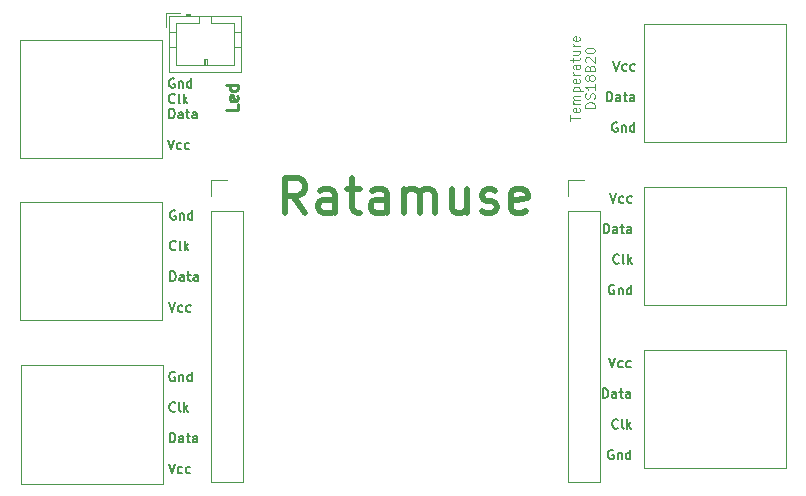
<source format=gbr>
%TF.GenerationSoftware,KiCad,Pcbnew,7.0.2*%
%TF.CreationDate,2024-03-24T23:04:52+01:00*%
%TF.ProjectId,Support_TTGO_invers_,53757070-6f72-4745-9f54-54474f5f696e,rev?*%
%TF.SameCoordinates,Original*%
%TF.FileFunction,Legend,Top*%
%TF.FilePolarity,Positive*%
%FSLAX46Y46*%
G04 Gerber Fmt 4.6, Leading zero omitted, Abs format (unit mm)*
G04 Created by KiCad (PCBNEW 7.0.2) date 2024-03-24 23:04:52*
%MOMM*%
%LPD*%
G01*
G04 APERTURE LIST*
%ADD10C,0.250000*%
%ADD11C,0.150000*%
%ADD12C,0.100000*%
%ADD13C,0.500000*%
%ADD14C,0.120000*%
G04 APERTURE END LIST*
D10*
X127297619Y-75805714D02*
X127297619Y-76281904D01*
X127297619Y-76281904D02*
X126297619Y-76281904D01*
X127250000Y-75091428D02*
X127297619Y-75186666D01*
X127297619Y-75186666D02*
X127297619Y-75377142D01*
X127297619Y-75377142D02*
X127250000Y-75472380D01*
X127250000Y-75472380D02*
X127154761Y-75519999D01*
X127154761Y-75519999D02*
X126773809Y-75519999D01*
X126773809Y-75519999D02*
X126678571Y-75472380D01*
X126678571Y-75472380D02*
X126630952Y-75377142D01*
X126630952Y-75377142D02*
X126630952Y-75186666D01*
X126630952Y-75186666D02*
X126678571Y-75091428D01*
X126678571Y-75091428D02*
X126773809Y-75043809D01*
X126773809Y-75043809D02*
X126869047Y-75043809D01*
X126869047Y-75043809D02*
X126964285Y-75519999D01*
X127297619Y-74186666D02*
X126297619Y-74186666D01*
X127250000Y-74186666D02*
X127297619Y-74281904D01*
X127297619Y-74281904D02*
X127297619Y-74472380D01*
X127297619Y-74472380D02*
X127250000Y-74567618D01*
X127250000Y-74567618D02*
X127202380Y-74615237D01*
X127202380Y-74615237D02*
X127107142Y-74662856D01*
X127107142Y-74662856D02*
X126821428Y-74662856D01*
X126821428Y-74662856D02*
X126726190Y-74615237D01*
X126726190Y-74615237D02*
X126678571Y-74567618D01*
X126678571Y-74567618D02*
X126630952Y-74472380D01*
X126630952Y-74472380D02*
X126630952Y-74281904D01*
X126630952Y-74281904D02*
X126678571Y-74186666D01*
D11*
X121919523Y-73646190D02*
X121843333Y-73608095D01*
X121843333Y-73608095D02*
X121729047Y-73608095D01*
X121729047Y-73608095D02*
X121614761Y-73646190D01*
X121614761Y-73646190D02*
X121538571Y-73722380D01*
X121538571Y-73722380D02*
X121500476Y-73798571D01*
X121500476Y-73798571D02*
X121462380Y-73950952D01*
X121462380Y-73950952D02*
X121462380Y-74065238D01*
X121462380Y-74065238D02*
X121500476Y-74217619D01*
X121500476Y-74217619D02*
X121538571Y-74293809D01*
X121538571Y-74293809D02*
X121614761Y-74370000D01*
X121614761Y-74370000D02*
X121729047Y-74408095D01*
X121729047Y-74408095D02*
X121805238Y-74408095D01*
X121805238Y-74408095D02*
X121919523Y-74370000D01*
X121919523Y-74370000D02*
X121957619Y-74331904D01*
X121957619Y-74331904D02*
X121957619Y-74065238D01*
X121957619Y-74065238D02*
X121805238Y-74065238D01*
X122300476Y-73874761D02*
X122300476Y-74408095D01*
X122300476Y-73950952D02*
X122338571Y-73912857D01*
X122338571Y-73912857D02*
X122414761Y-73874761D01*
X122414761Y-73874761D02*
X122529047Y-73874761D01*
X122529047Y-73874761D02*
X122605238Y-73912857D01*
X122605238Y-73912857D02*
X122643333Y-73989047D01*
X122643333Y-73989047D02*
X122643333Y-74408095D01*
X123367143Y-74408095D02*
X123367143Y-73608095D01*
X123367143Y-74370000D02*
X123290952Y-74408095D01*
X123290952Y-74408095D02*
X123138571Y-74408095D01*
X123138571Y-74408095D02*
X123062381Y-74370000D01*
X123062381Y-74370000D02*
X123024286Y-74331904D01*
X123024286Y-74331904D02*
X122986190Y-74255714D01*
X122986190Y-74255714D02*
X122986190Y-74027142D01*
X122986190Y-74027142D02*
X123024286Y-73950952D01*
X123024286Y-73950952D02*
X123062381Y-73912857D01*
X123062381Y-73912857D02*
X123138571Y-73874761D01*
X123138571Y-73874761D02*
X123290952Y-73874761D01*
X123290952Y-73874761D02*
X123367143Y-73912857D01*
X121957619Y-75627904D02*
X121919523Y-75666000D01*
X121919523Y-75666000D02*
X121805238Y-75704095D01*
X121805238Y-75704095D02*
X121729047Y-75704095D01*
X121729047Y-75704095D02*
X121614761Y-75666000D01*
X121614761Y-75666000D02*
X121538571Y-75589809D01*
X121538571Y-75589809D02*
X121500476Y-75513619D01*
X121500476Y-75513619D02*
X121462380Y-75361238D01*
X121462380Y-75361238D02*
X121462380Y-75246952D01*
X121462380Y-75246952D02*
X121500476Y-75094571D01*
X121500476Y-75094571D02*
X121538571Y-75018380D01*
X121538571Y-75018380D02*
X121614761Y-74942190D01*
X121614761Y-74942190D02*
X121729047Y-74904095D01*
X121729047Y-74904095D02*
X121805238Y-74904095D01*
X121805238Y-74904095D02*
X121919523Y-74942190D01*
X121919523Y-74942190D02*
X121957619Y-74980285D01*
X122414761Y-75704095D02*
X122338571Y-75666000D01*
X122338571Y-75666000D02*
X122300476Y-75589809D01*
X122300476Y-75589809D02*
X122300476Y-74904095D01*
X122719524Y-75704095D02*
X122719524Y-74904095D01*
X122795714Y-75399333D02*
X123024286Y-75704095D01*
X123024286Y-75170761D02*
X122719524Y-75475523D01*
X121500476Y-77000095D02*
X121500476Y-76200095D01*
X121500476Y-76200095D02*
X121690952Y-76200095D01*
X121690952Y-76200095D02*
X121805238Y-76238190D01*
X121805238Y-76238190D02*
X121881428Y-76314380D01*
X121881428Y-76314380D02*
X121919523Y-76390571D01*
X121919523Y-76390571D02*
X121957619Y-76542952D01*
X121957619Y-76542952D02*
X121957619Y-76657238D01*
X121957619Y-76657238D02*
X121919523Y-76809619D01*
X121919523Y-76809619D02*
X121881428Y-76885809D01*
X121881428Y-76885809D02*
X121805238Y-76962000D01*
X121805238Y-76962000D02*
X121690952Y-77000095D01*
X121690952Y-77000095D02*
X121500476Y-77000095D01*
X122643333Y-77000095D02*
X122643333Y-76581047D01*
X122643333Y-76581047D02*
X122605238Y-76504857D01*
X122605238Y-76504857D02*
X122529047Y-76466761D01*
X122529047Y-76466761D02*
X122376666Y-76466761D01*
X122376666Y-76466761D02*
X122300476Y-76504857D01*
X122643333Y-76962000D02*
X122567142Y-77000095D01*
X122567142Y-77000095D02*
X122376666Y-77000095D01*
X122376666Y-77000095D02*
X122300476Y-76962000D01*
X122300476Y-76962000D02*
X122262380Y-76885809D01*
X122262380Y-76885809D02*
X122262380Y-76809619D01*
X122262380Y-76809619D02*
X122300476Y-76733428D01*
X122300476Y-76733428D02*
X122376666Y-76695333D01*
X122376666Y-76695333D02*
X122567142Y-76695333D01*
X122567142Y-76695333D02*
X122643333Y-76657238D01*
X122910000Y-76466761D02*
X123214762Y-76466761D01*
X123024286Y-76200095D02*
X123024286Y-76885809D01*
X123024286Y-76885809D02*
X123062381Y-76962000D01*
X123062381Y-76962000D02*
X123138571Y-77000095D01*
X123138571Y-77000095D02*
X123214762Y-77000095D01*
X123824286Y-77000095D02*
X123824286Y-76581047D01*
X123824286Y-76581047D02*
X123786191Y-76504857D01*
X123786191Y-76504857D02*
X123710000Y-76466761D01*
X123710000Y-76466761D02*
X123557619Y-76466761D01*
X123557619Y-76466761D02*
X123481429Y-76504857D01*
X123824286Y-76962000D02*
X123748095Y-77000095D01*
X123748095Y-77000095D02*
X123557619Y-77000095D01*
X123557619Y-77000095D02*
X123481429Y-76962000D01*
X123481429Y-76962000D02*
X123443333Y-76885809D01*
X123443333Y-76885809D02*
X123443333Y-76809619D01*
X123443333Y-76809619D02*
X123481429Y-76733428D01*
X123481429Y-76733428D02*
X123557619Y-76695333D01*
X123557619Y-76695333D02*
X123748095Y-76695333D01*
X123748095Y-76695333D02*
X123824286Y-76657238D01*
X121386190Y-78792095D02*
X121652857Y-79592095D01*
X121652857Y-79592095D02*
X121919523Y-78792095D01*
X122529047Y-79554000D02*
X122452856Y-79592095D01*
X122452856Y-79592095D02*
X122300475Y-79592095D01*
X122300475Y-79592095D02*
X122224285Y-79554000D01*
X122224285Y-79554000D02*
X122186190Y-79515904D01*
X122186190Y-79515904D02*
X122148094Y-79439714D01*
X122148094Y-79439714D02*
X122148094Y-79211142D01*
X122148094Y-79211142D02*
X122186190Y-79134952D01*
X122186190Y-79134952D02*
X122224285Y-79096857D01*
X122224285Y-79096857D02*
X122300475Y-79058761D01*
X122300475Y-79058761D02*
X122452856Y-79058761D01*
X122452856Y-79058761D02*
X122529047Y-79096857D01*
X123214761Y-79554000D02*
X123138570Y-79592095D01*
X123138570Y-79592095D02*
X122986189Y-79592095D01*
X122986189Y-79592095D02*
X122909999Y-79554000D01*
X122909999Y-79554000D02*
X122871904Y-79515904D01*
X122871904Y-79515904D02*
X122833808Y-79439714D01*
X122833808Y-79439714D02*
X122833808Y-79211142D01*
X122833808Y-79211142D02*
X122871904Y-79134952D01*
X122871904Y-79134952D02*
X122909999Y-79096857D01*
X122909999Y-79096857D02*
X122986189Y-79058761D01*
X122986189Y-79058761D02*
X123138570Y-79058761D01*
X123138570Y-79058761D02*
X123214761Y-79096857D01*
X158819048Y-83326095D02*
X159085715Y-84126095D01*
X159085715Y-84126095D02*
X159352381Y-83326095D01*
X159961905Y-84088000D02*
X159885714Y-84126095D01*
X159885714Y-84126095D02*
X159733333Y-84126095D01*
X159733333Y-84126095D02*
X159657143Y-84088000D01*
X159657143Y-84088000D02*
X159619048Y-84049904D01*
X159619048Y-84049904D02*
X159580952Y-83973714D01*
X159580952Y-83973714D02*
X159580952Y-83745142D01*
X159580952Y-83745142D02*
X159619048Y-83668952D01*
X159619048Y-83668952D02*
X159657143Y-83630857D01*
X159657143Y-83630857D02*
X159733333Y-83592761D01*
X159733333Y-83592761D02*
X159885714Y-83592761D01*
X159885714Y-83592761D02*
X159961905Y-83630857D01*
X160647619Y-84088000D02*
X160571428Y-84126095D01*
X160571428Y-84126095D02*
X160419047Y-84126095D01*
X160419047Y-84126095D02*
X160342857Y-84088000D01*
X160342857Y-84088000D02*
X160304762Y-84049904D01*
X160304762Y-84049904D02*
X160266666Y-83973714D01*
X160266666Y-83973714D02*
X160266666Y-83745142D01*
X160266666Y-83745142D02*
X160304762Y-83668952D01*
X160304762Y-83668952D02*
X160342857Y-83630857D01*
X160342857Y-83630857D02*
X160419047Y-83592761D01*
X160419047Y-83592761D02*
X160571428Y-83592761D01*
X160571428Y-83592761D02*
X160647619Y-83630857D01*
X158285713Y-86718095D02*
X158285713Y-85918095D01*
X158285713Y-85918095D02*
X158476189Y-85918095D01*
X158476189Y-85918095D02*
X158590475Y-85956190D01*
X158590475Y-85956190D02*
X158666665Y-86032380D01*
X158666665Y-86032380D02*
X158704760Y-86108571D01*
X158704760Y-86108571D02*
X158742856Y-86260952D01*
X158742856Y-86260952D02*
X158742856Y-86375238D01*
X158742856Y-86375238D02*
X158704760Y-86527619D01*
X158704760Y-86527619D02*
X158666665Y-86603809D01*
X158666665Y-86603809D02*
X158590475Y-86680000D01*
X158590475Y-86680000D02*
X158476189Y-86718095D01*
X158476189Y-86718095D02*
X158285713Y-86718095D01*
X159428570Y-86718095D02*
X159428570Y-86299047D01*
X159428570Y-86299047D02*
X159390475Y-86222857D01*
X159390475Y-86222857D02*
X159314284Y-86184761D01*
X159314284Y-86184761D02*
X159161903Y-86184761D01*
X159161903Y-86184761D02*
X159085713Y-86222857D01*
X159428570Y-86680000D02*
X159352379Y-86718095D01*
X159352379Y-86718095D02*
X159161903Y-86718095D01*
X159161903Y-86718095D02*
X159085713Y-86680000D01*
X159085713Y-86680000D02*
X159047617Y-86603809D01*
X159047617Y-86603809D02*
X159047617Y-86527619D01*
X159047617Y-86527619D02*
X159085713Y-86451428D01*
X159085713Y-86451428D02*
X159161903Y-86413333D01*
X159161903Y-86413333D02*
X159352379Y-86413333D01*
X159352379Y-86413333D02*
X159428570Y-86375238D01*
X159695237Y-86184761D02*
X159999999Y-86184761D01*
X159809523Y-85918095D02*
X159809523Y-86603809D01*
X159809523Y-86603809D02*
X159847618Y-86680000D01*
X159847618Y-86680000D02*
X159923808Y-86718095D01*
X159923808Y-86718095D02*
X159999999Y-86718095D01*
X160609523Y-86718095D02*
X160609523Y-86299047D01*
X160609523Y-86299047D02*
X160571428Y-86222857D01*
X160571428Y-86222857D02*
X160495237Y-86184761D01*
X160495237Y-86184761D02*
X160342856Y-86184761D01*
X160342856Y-86184761D02*
X160266666Y-86222857D01*
X160609523Y-86680000D02*
X160533332Y-86718095D01*
X160533332Y-86718095D02*
X160342856Y-86718095D01*
X160342856Y-86718095D02*
X160266666Y-86680000D01*
X160266666Y-86680000D02*
X160228570Y-86603809D01*
X160228570Y-86603809D02*
X160228570Y-86527619D01*
X160228570Y-86527619D02*
X160266666Y-86451428D01*
X160266666Y-86451428D02*
X160342856Y-86413333D01*
X160342856Y-86413333D02*
X160533332Y-86413333D01*
X160533332Y-86413333D02*
X160609523Y-86375238D01*
X159580952Y-89233904D02*
X159542856Y-89272000D01*
X159542856Y-89272000D02*
X159428571Y-89310095D01*
X159428571Y-89310095D02*
X159352380Y-89310095D01*
X159352380Y-89310095D02*
X159238094Y-89272000D01*
X159238094Y-89272000D02*
X159161904Y-89195809D01*
X159161904Y-89195809D02*
X159123809Y-89119619D01*
X159123809Y-89119619D02*
X159085713Y-88967238D01*
X159085713Y-88967238D02*
X159085713Y-88852952D01*
X159085713Y-88852952D02*
X159123809Y-88700571D01*
X159123809Y-88700571D02*
X159161904Y-88624380D01*
X159161904Y-88624380D02*
X159238094Y-88548190D01*
X159238094Y-88548190D02*
X159352380Y-88510095D01*
X159352380Y-88510095D02*
X159428571Y-88510095D01*
X159428571Y-88510095D02*
X159542856Y-88548190D01*
X159542856Y-88548190D02*
X159580952Y-88586285D01*
X160038094Y-89310095D02*
X159961904Y-89272000D01*
X159961904Y-89272000D02*
X159923809Y-89195809D01*
X159923809Y-89195809D02*
X159923809Y-88510095D01*
X160342857Y-89310095D02*
X160342857Y-88510095D01*
X160419047Y-89005333D02*
X160647619Y-89310095D01*
X160647619Y-88776761D02*
X160342857Y-89081523D01*
X159161903Y-91140190D02*
X159085713Y-91102095D01*
X159085713Y-91102095D02*
X158971427Y-91102095D01*
X158971427Y-91102095D02*
X158857141Y-91140190D01*
X158857141Y-91140190D02*
X158780951Y-91216380D01*
X158780951Y-91216380D02*
X158742856Y-91292571D01*
X158742856Y-91292571D02*
X158704760Y-91444952D01*
X158704760Y-91444952D02*
X158704760Y-91559238D01*
X158704760Y-91559238D02*
X158742856Y-91711619D01*
X158742856Y-91711619D02*
X158780951Y-91787809D01*
X158780951Y-91787809D02*
X158857141Y-91864000D01*
X158857141Y-91864000D02*
X158971427Y-91902095D01*
X158971427Y-91902095D02*
X159047618Y-91902095D01*
X159047618Y-91902095D02*
X159161903Y-91864000D01*
X159161903Y-91864000D02*
X159199999Y-91825904D01*
X159199999Y-91825904D02*
X159199999Y-91559238D01*
X159199999Y-91559238D02*
X159047618Y-91559238D01*
X159542856Y-91368761D02*
X159542856Y-91902095D01*
X159542856Y-91444952D02*
X159580951Y-91406857D01*
X159580951Y-91406857D02*
X159657141Y-91368761D01*
X159657141Y-91368761D02*
X159771427Y-91368761D01*
X159771427Y-91368761D02*
X159847618Y-91406857D01*
X159847618Y-91406857D02*
X159885713Y-91483047D01*
X159885713Y-91483047D02*
X159885713Y-91902095D01*
X160609523Y-91902095D02*
X160609523Y-91102095D01*
X160609523Y-91864000D02*
X160533332Y-91902095D01*
X160533332Y-91902095D02*
X160380951Y-91902095D01*
X160380951Y-91902095D02*
X160304761Y-91864000D01*
X160304761Y-91864000D02*
X160266666Y-91825904D01*
X160266666Y-91825904D02*
X160228570Y-91749714D01*
X160228570Y-91749714D02*
X160228570Y-91521142D01*
X160228570Y-91521142D02*
X160266666Y-91444952D01*
X160266666Y-91444952D02*
X160304761Y-91406857D01*
X160304761Y-91406857D02*
X160380951Y-91368761D01*
X160380951Y-91368761D02*
X160533332Y-91368761D01*
X160533332Y-91368761D02*
X160609523Y-91406857D01*
D12*
X155446095Y-77180000D02*
X155446095Y-76722857D01*
X156246095Y-76951429D02*
X155446095Y-76951429D01*
X156208000Y-76151428D02*
X156246095Y-76227619D01*
X156246095Y-76227619D02*
X156246095Y-76380000D01*
X156246095Y-76380000D02*
X156208000Y-76456190D01*
X156208000Y-76456190D02*
X156131809Y-76494286D01*
X156131809Y-76494286D02*
X155827047Y-76494286D01*
X155827047Y-76494286D02*
X155750857Y-76456190D01*
X155750857Y-76456190D02*
X155712761Y-76380000D01*
X155712761Y-76380000D02*
X155712761Y-76227619D01*
X155712761Y-76227619D02*
X155750857Y-76151428D01*
X155750857Y-76151428D02*
X155827047Y-76113333D01*
X155827047Y-76113333D02*
X155903238Y-76113333D01*
X155903238Y-76113333D02*
X155979428Y-76494286D01*
X156246095Y-75770476D02*
X155712761Y-75770476D01*
X155788952Y-75770476D02*
X155750857Y-75732381D01*
X155750857Y-75732381D02*
X155712761Y-75656191D01*
X155712761Y-75656191D02*
X155712761Y-75541905D01*
X155712761Y-75541905D02*
X155750857Y-75465714D01*
X155750857Y-75465714D02*
X155827047Y-75427619D01*
X155827047Y-75427619D02*
X156246095Y-75427619D01*
X155827047Y-75427619D02*
X155750857Y-75389524D01*
X155750857Y-75389524D02*
X155712761Y-75313333D01*
X155712761Y-75313333D02*
X155712761Y-75199048D01*
X155712761Y-75199048D02*
X155750857Y-75122857D01*
X155750857Y-75122857D02*
X155827047Y-75084762D01*
X155827047Y-75084762D02*
X156246095Y-75084762D01*
X155712761Y-74703809D02*
X156512761Y-74703809D01*
X155750857Y-74703809D02*
X155712761Y-74627619D01*
X155712761Y-74627619D02*
X155712761Y-74475238D01*
X155712761Y-74475238D02*
X155750857Y-74399047D01*
X155750857Y-74399047D02*
X155788952Y-74360952D01*
X155788952Y-74360952D02*
X155865142Y-74322857D01*
X155865142Y-74322857D02*
X156093714Y-74322857D01*
X156093714Y-74322857D02*
X156169904Y-74360952D01*
X156169904Y-74360952D02*
X156208000Y-74399047D01*
X156208000Y-74399047D02*
X156246095Y-74475238D01*
X156246095Y-74475238D02*
X156246095Y-74627619D01*
X156246095Y-74627619D02*
X156208000Y-74703809D01*
X156208000Y-73675237D02*
X156246095Y-73751428D01*
X156246095Y-73751428D02*
X156246095Y-73903809D01*
X156246095Y-73903809D02*
X156208000Y-73979999D01*
X156208000Y-73979999D02*
X156131809Y-74018095D01*
X156131809Y-74018095D02*
X155827047Y-74018095D01*
X155827047Y-74018095D02*
X155750857Y-73979999D01*
X155750857Y-73979999D02*
X155712761Y-73903809D01*
X155712761Y-73903809D02*
X155712761Y-73751428D01*
X155712761Y-73751428D02*
X155750857Y-73675237D01*
X155750857Y-73675237D02*
X155827047Y-73637142D01*
X155827047Y-73637142D02*
X155903238Y-73637142D01*
X155903238Y-73637142D02*
X155979428Y-74018095D01*
X156246095Y-73294285D02*
X155712761Y-73294285D01*
X155865142Y-73294285D02*
X155788952Y-73256190D01*
X155788952Y-73256190D02*
X155750857Y-73218095D01*
X155750857Y-73218095D02*
X155712761Y-73141904D01*
X155712761Y-73141904D02*
X155712761Y-73065714D01*
X156246095Y-72456190D02*
X155827047Y-72456190D01*
X155827047Y-72456190D02*
X155750857Y-72494285D01*
X155750857Y-72494285D02*
X155712761Y-72570476D01*
X155712761Y-72570476D02*
X155712761Y-72722857D01*
X155712761Y-72722857D02*
X155750857Y-72799047D01*
X156208000Y-72456190D02*
X156246095Y-72532381D01*
X156246095Y-72532381D02*
X156246095Y-72722857D01*
X156246095Y-72722857D02*
X156208000Y-72799047D01*
X156208000Y-72799047D02*
X156131809Y-72837143D01*
X156131809Y-72837143D02*
X156055619Y-72837143D01*
X156055619Y-72837143D02*
X155979428Y-72799047D01*
X155979428Y-72799047D02*
X155941333Y-72722857D01*
X155941333Y-72722857D02*
X155941333Y-72532381D01*
X155941333Y-72532381D02*
X155903238Y-72456190D01*
X155712761Y-72189523D02*
X155712761Y-71884761D01*
X155446095Y-72075237D02*
X156131809Y-72075237D01*
X156131809Y-72075237D02*
X156208000Y-72037142D01*
X156208000Y-72037142D02*
X156246095Y-71960952D01*
X156246095Y-71960952D02*
X156246095Y-71884761D01*
X155712761Y-71275237D02*
X156246095Y-71275237D01*
X155712761Y-71618094D02*
X156131809Y-71618094D01*
X156131809Y-71618094D02*
X156208000Y-71579999D01*
X156208000Y-71579999D02*
X156246095Y-71503809D01*
X156246095Y-71503809D02*
X156246095Y-71389523D01*
X156246095Y-71389523D02*
X156208000Y-71313332D01*
X156208000Y-71313332D02*
X156169904Y-71275237D01*
X156246095Y-70894284D02*
X155712761Y-70894284D01*
X155865142Y-70894284D02*
X155788952Y-70856189D01*
X155788952Y-70856189D02*
X155750857Y-70818094D01*
X155750857Y-70818094D02*
X155712761Y-70741903D01*
X155712761Y-70741903D02*
X155712761Y-70665713D01*
X156208000Y-70094284D02*
X156246095Y-70170475D01*
X156246095Y-70170475D02*
X156246095Y-70322856D01*
X156246095Y-70322856D02*
X156208000Y-70399046D01*
X156208000Y-70399046D02*
X156131809Y-70437142D01*
X156131809Y-70437142D02*
X155827047Y-70437142D01*
X155827047Y-70437142D02*
X155750857Y-70399046D01*
X155750857Y-70399046D02*
X155712761Y-70322856D01*
X155712761Y-70322856D02*
X155712761Y-70170475D01*
X155712761Y-70170475D02*
X155750857Y-70094284D01*
X155750857Y-70094284D02*
X155827047Y-70056189D01*
X155827047Y-70056189D02*
X155903238Y-70056189D01*
X155903238Y-70056189D02*
X155979428Y-70437142D01*
X157542095Y-76094285D02*
X156742095Y-76094285D01*
X156742095Y-76094285D02*
X156742095Y-75903809D01*
X156742095Y-75903809D02*
X156780190Y-75789523D01*
X156780190Y-75789523D02*
X156856380Y-75713333D01*
X156856380Y-75713333D02*
X156932571Y-75675238D01*
X156932571Y-75675238D02*
X157084952Y-75637142D01*
X157084952Y-75637142D02*
X157199238Y-75637142D01*
X157199238Y-75637142D02*
X157351619Y-75675238D01*
X157351619Y-75675238D02*
X157427809Y-75713333D01*
X157427809Y-75713333D02*
X157504000Y-75789523D01*
X157504000Y-75789523D02*
X157542095Y-75903809D01*
X157542095Y-75903809D02*
X157542095Y-76094285D01*
X157504000Y-75332381D02*
X157542095Y-75218095D01*
X157542095Y-75218095D02*
X157542095Y-75027619D01*
X157542095Y-75027619D02*
X157504000Y-74951428D01*
X157504000Y-74951428D02*
X157465904Y-74913333D01*
X157465904Y-74913333D02*
X157389714Y-74875238D01*
X157389714Y-74875238D02*
X157313523Y-74875238D01*
X157313523Y-74875238D02*
X157237333Y-74913333D01*
X157237333Y-74913333D02*
X157199238Y-74951428D01*
X157199238Y-74951428D02*
X157161142Y-75027619D01*
X157161142Y-75027619D02*
X157123047Y-75180000D01*
X157123047Y-75180000D02*
X157084952Y-75256190D01*
X157084952Y-75256190D02*
X157046857Y-75294285D01*
X157046857Y-75294285D02*
X156970666Y-75332381D01*
X156970666Y-75332381D02*
X156894476Y-75332381D01*
X156894476Y-75332381D02*
X156818285Y-75294285D01*
X156818285Y-75294285D02*
X156780190Y-75256190D01*
X156780190Y-75256190D02*
X156742095Y-75180000D01*
X156742095Y-75180000D02*
X156742095Y-74989523D01*
X156742095Y-74989523D02*
X156780190Y-74875238D01*
X157542095Y-74113333D02*
X157542095Y-74570476D01*
X157542095Y-74341904D02*
X156742095Y-74341904D01*
X156742095Y-74341904D02*
X156856380Y-74418095D01*
X156856380Y-74418095D02*
X156932571Y-74494285D01*
X156932571Y-74494285D02*
X156970666Y-74570476D01*
X157084952Y-73656190D02*
X157046857Y-73732380D01*
X157046857Y-73732380D02*
X157008761Y-73770475D01*
X157008761Y-73770475D02*
X156932571Y-73808571D01*
X156932571Y-73808571D02*
X156894476Y-73808571D01*
X156894476Y-73808571D02*
X156818285Y-73770475D01*
X156818285Y-73770475D02*
X156780190Y-73732380D01*
X156780190Y-73732380D02*
X156742095Y-73656190D01*
X156742095Y-73656190D02*
X156742095Y-73503809D01*
X156742095Y-73503809D02*
X156780190Y-73427618D01*
X156780190Y-73427618D02*
X156818285Y-73389523D01*
X156818285Y-73389523D02*
X156894476Y-73351428D01*
X156894476Y-73351428D02*
X156932571Y-73351428D01*
X156932571Y-73351428D02*
X157008761Y-73389523D01*
X157008761Y-73389523D02*
X157046857Y-73427618D01*
X157046857Y-73427618D02*
X157084952Y-73503809D01*
X157084952Y-73503809D02*
X157084952Y-73656190D01*
X157084952Y-73656190D02*
X157123047Y-73732380D01*
X157123047Y-73732380D02*
X157161142Y-73770475D01*
X157161142Y-73770475D02*
X157237333Y-73808571D01*
X157237333Y-73808571D02*
X157389714Y-73808571D01*
X157389714Y-73808571D02*
X157465904Y-73770475D01*
X157465904Y-73770475D02*
X157504000Y-73732380D01*
X157504000Y-73732380D02*
X157542095Y-73656190D01*
X157542095Y-73656190D02*
X157542095Y-73503809D01*
X157542095Y-73503809D02*
X157504000Y-73427618D01*
X157504000Y-73427618D02*
X157465904Y-73389523D01*
X157465904Y-73389523D02*
X157389714Y-73351428D01*
X157389714Y-73351428D02*
X157237333Y-73351428D01*
X157237333Y-73351428D02*
X157161142Y-73389523D01*
X157161142Y-73389523D02*
X157123047Y-73427618D01*
X157123047Y-73427618D02*
X157084952Y-73503809D01*
X157123047Y-72741904D02*
X157161142Y-72627618D01*
X157161142Y-72627618D02*
X157199238Y-72589523D01*
X157199238Y-72589523D02*
X157275428Y-72551427D01*
X157275428Y-72551427D02*
X157389714Y-72551427D01*
X157389714Y-72551427D02*
X157465904Y-72589523D01*
X157465904Y-72589523D02*
X157504000Y-72627618D01*
X157504000Y-72627618D02*
X157542095Y-72703808D01*
X157542095Y-72703808D02*
X157542095Y-73008570D01*
X157542095Y-73008570D02*
X156742095Y-73008570D01*
X156742095Y-73008570D02*
X156742095Y-72741904D01*
X156742095Y-72741904D02*
X156780190Y-72665713D01*
X156780190Y-72665713D02*
X156818285Y-72627618D01*
X156818285Y-72627618D02*
X156894476Y-72589523D01*
X156894476Y-72589523D02*
X156970666Y-72589523D01*
X156970666Y-72589523D02*
X157046857Y-72627618D01*
X157046857Y-72627618D02*
X157084952Y-72665713D01*
X157084952Y-72665713D02*
X157123047Y-72741904D01*
X157123047Y-72741904D02*
X157123047Y-73008570D01*
X156818285Y-72246666D02*
X156780190Y-72208570D01*
X156780190Y-72208570D02*
X156742095Y-72132380D01*
X156742095Y-72132380D02*
X156742095Y-71941904D01*
X156742095Y-71941904D02*
X156780190Y-71865713D01*
X156780190Y-71865713D02*
X156818285Y-71827618D01*
X156818285Y-71827618D02*
X156894476Y-71789523D01*
X156894476Y-71789523D02*
X156970666Y-71789523D01*
X156970666Y-71789523D02*
X157084952Y-71827618D01*
X157084952Y-71827618D02*
X157542095Y-72284761D01*
X157542095Y-72284761D02*
X157542095Y-71789523D01*
X156742095Y-71294284D02*
X156742095Y-71218094D01*
X156742095Y-71218094D02*
X156780190Y-71141903D01*
X156780190Y-71141903D02*
X156818285Y-71103808D01*
X156818285Y-71103808D02*
X156894476Y-71065713D01*
X156894476Y-71065713D02*
X157046857Y-71027618D01*
X157046857Y-71027618D02*
X157237333Y-71027618D01*
X157237333Y-71027618D02*
X157389714Y-71065713D01*
X157389714Y-71065713D02*
X157465904Y-71103808D01*
X157465904Y-71103808D02*
X157504000Y-71141903D01*
X157504000Y-71141903D02*
X157542095Y-71218094D01*
X157542095Y-71218094D02*
X157542095Y-71294284D01*
X157542095Y-71294284D02*
X157504000Y-71370475D01*
X157504000Y-71370475D02*
X157465904Y-71408570D01*
X157465904Y-71408570D02*
X157389714Y-71446665D01*
X157389714Y-71446665D02*
X157237333Y-71484761D01*
X157237333Y-71484761D02*
X157046857Y-71484761D01*
X157046857Y-71484761D02*
X156894476Y-71446665D01*
X156894476Y-71446665D02*
X156818285Y-71408570D01*
X156818285Y-71408570D02*
X156780190Y-71370475D01*
X156780190Y-71370475D02*
X156742095Y-71294284D01*
D11*
X121979523Y-98484190D02*
X121903333Y-98446095D01*
X121903333Y-98446095D02*
X121789047Y-98446095D01*
X121789047Y-98446095D02*
X121674761Y-98484190D01*
X121674761Y-98484190D02*
X121598571Y-98560380D01*
X121598571Y-98560380D02*
X121560476Y-98636571D01*
X121560476Y-98636571D02*
X121522380Y-98788952D01*
X121522380Y-98788952D02*
X121522380Y-98903238D01*
X121522380Y-98903238D02*
X121560476Y-99055619D01*
X121560476Y-99055619D02*
X121598571Y-99131809D01*
X121598571Y-99131809D02*
X121674761Y-99208000D01*
X121674761Y-99208000D02*
X121789047Y-99246095D01*
X121789047Y-99246095D02*
X121865238Y-99246095D01*
X121865238Y-99246095D02*
X121979523Y-99208000D01*
X121979523Y-99208000D02*
X122017619Y-99169904D01*
X122017619Y-99169904D02*
X122017619Y-98903238D01*
X122017619Y-98903238D02*
X121865238Y-98903238D01*
X122360476Y-98712761D02*
X122360476Y-99246095D01*
X122360476Y-98788952D02*
X122398571Y-98750857D01*
X122398571Y-98750857D02*
X122474761Y-98712761D01*
X122474761Y-98712761D02*
X122589047Y-98712761D01*
X122589047Y-98712761D02*
X122665238Y-98750857D01*
X122665238Y-98750857D02*
X122703333Y-98827047D01*
X122703333Y-98827047D02*
X122703333Y-99246095D01*
X123427143Y-99246095D02*
X123427143Y-98446095D01*
X123427143Y-99208000D02*
X123350952Y-99246095D01*
X123350952Y-99246095D02*
X123198571Y-99246095D01*
X123198571Y-99246095D02*
X123122381Y-99208000D01*
X123122381Y-99208000D02*
X123084286Y-99169904D01*
X123084286Y-99169904D02*
X123046190Y-99093714D01*
X123046190Y-99093714D02*
X123046190Y-98865142D01*
X123046190Y-98865142D02*
X123084286Y-98788952D01*
X123084286Y-98788952D02*
X123122381Y-98750857D01*
X123122381Y-98750857D02*
X123198571Y-98712761D01*
X123198571Y-98712761D02*
X123350952Y-98712761D01*
X123350952Y-98712761D02*
X123427143Y-98750857D01*
X122017619Y-101761904D02*
X121979523Y-101800000D01*
X121979523Y-101800000D02*
X121865238Y-101838095D01*
X121865238Y-101838095D02*
X121789047Y-101838095D01*
X121789047Y-101838095D02*
X121674761Y-101800000D01*
X121674761Y-101800000D02*
X121598571Y-101723809D01*
X121598571Y-101723809D02*
X121560476Y-101647619D01*
X121560476Y-101647619D02*
X121522380Y-101495238D01*
X121522380Y-101495238D02*
X121522380Y-101380952D01*
X121522380Y-101380952D02*
X121560476Y-101228571D01*
X121560476Y-101228571D02*
X121598571Y-101152380D01*
X121598571Y-101152380D02*
X121674761Y-101076190D01*
X121674761Y-101076190D02*
X121789047Y-101038095D01*
X121789047Y-101038095D02*
X121865238Y-101038095D01*
X121865238Y-101038095D02*
X121979523Y-101076190D01*
X121979523Y-101076190D02*
X122017619Y-101114285D01*
X122474761Y-101838095D02*
X122398571Y-101800000D01*
X122398571Y-101800000D02*
X122360476Y-101723809D01*
X122360476Y-101723809D02*
X122360476Y-101038095D01*
X122779524Y-101838095D02*
X122779524Y-101038095D01*
X122855714Y-101533333D02*
X123084286Y-101838095D01*
X123084286Y-101304761D02*
X122779524Y-101609523D01*
X121560476Y-104430095D02*
X121560476Y-103630095D01*
X121560476Y-103630095D02*
X121750952Y-103630095D01*
X121750952Y-103630095D02*
X121865238Y-103668190D01*
X121865238Y-103668190D02*
X121941428Y-103744380D01*
X121941428Y-103744380D02*
X121979523Y-103820571D01*
X121979523Y-103820571D02*
X122017619Y-103972952D01*
X122017619Y-103972952D02*
X122017619Y-104087238D01*
X122017619Y-104087238D02*
X121979523Y-104239619D01*
X121979523Y-104239619D02*
X121941428Y-104315809D01*
X121941428Y-104315809D02*
X121865238Y-104392000D01*
X121865238Y-104392000D02*
X121750952Y-104430095D01*
X121750952Y-104430095D02*
X121560476Y-104430095D01*
X122703333Y-104430095D02*
X122703333Y-104011047D01*
X122703333Y-104011047D02*
X122665238Y-103934857D01*
X122665238Y-103934857D02*
X122589047Y-103896761D01*
X122589047Y-103896761D02*
X122436666Y-103896761D01*
X122436666Y-103896761D02*
X122360476Y-103934857D01*
X122703333Y-104392000D02*
X122627142Y-104430095D01*
X122627142Y-104430095D02*
X122436666Y-104430095D01*
X122436666Y-104430095D02*
X122360476Y-104392000D01*
X122360476Y-104392000D02*
X122322380Y-104315809D01*
X122322380Y-104315809D02*
X122322380Y-104239619D01*
X122322380Y-104239619D02*
X122360476Y-104163428D01*
X122360476Y-104163428D02*
X122436666Y-104125333D01*
X122436666Y-104125333D02*
X122627142Y-104125333D01*
X122627142Y-104125333D02*
X122703333Y-104087238D01*
X122970000Y-103896761D02*
X123274762Y-103896761D01*
X123084286Y-103630095D02*
X123084286Y-104315809D01*
X123084286Y-104315809D02*
X123122381Y-104392000D01*
X123122381Y-104392000D02*
X123198571Y-104430095D01*
X123198571Y-104430095D02*
X123274762Y-104430095D01*
X123884286Y-104430095D02*
X123884286Y-104011047D01*
X123884286Y-104011047D02*
X123846191Y-103934857D01*
X123846191Y-103934857D02*
X123770000Y-103896761D01*
X123770000Y-103896761D02*
X123617619Y-103896761D01*
X123617619Y-103896761D02*
X123541429Y-103934857D01*
X123884286Y-104392000D02*
X123808095Y-104430095D01*
X123808095Y-104430095D02*
X123617619Y-104430095D01*
X123617619Y-104430095D02*
X123541429Y-104392000D01*
X123541429Y-104392000D02*
X123503333Y-104315809D01*
X123503333Y-104315809D02*
X123503333Y-104239619D01*
X123503333Y-104239619D02*
X123541429Y-104163428D01*
X123541429Y-104163428D02*
X123617619Y-104125333D01*
X123617619Y-104125333D02*
X123808095Y-104125333D01*
X123808095Y-104125333D02*
X123884286Y-104087238D01*
X121446190Y-106222095D02*
X121712857Y-107022095D01*
X121712857Y-107022095D02*
X121979523Y-106222095D01*
X122589047Y-106984000D02*
X122512856Y-107022095D01*
X122512856Y-107022095D02*
X122360475Y-107022095D01*
X122360475Y-107022095D02*
X122284285Y-106984000D01*
X122284285Y-106984000D02*
X122246190Y-106945904D01*
X122246190Y-106945904D02*
X122208094Y-106869714D01*
X122208094Y-106869714D02*
X122208094Y-106641142D01*
X122208094Y-106641142D02*
X122246190Y-106564952D01*
X122246190Y-106564952D02*
X122284285Y-106526857D01*
X122284285Y-106526857D02*
X122360475Y-106488761D01*
X122360475Y-106488761D02*
X122512856Y-106488761D01*
X122512856Y-106488761D02*
X122589047Y-106526857D01*
X123274761Y-106984000D02*
X123198570Y-107022095D01*
X123198570Y-107022095D02*
X123046189Y-107022095D01*
X123046189Y-107022095D02*
X122969999Y-106984000D01*
X122969999Y-106984000D02*
X122931904Y-106945904D01*
X122931904Y-106945904D02*
X122893808Y-106869714D01*
X122893808Y-106869714D02*
X122893808Y-106641142D01*
X122893808Y-106641142D02*
X122931904Y-106564952D01*
X122931904Y-106564952D02*
X122969999Y-106526857D01*
X122969999Y-106526857D02*
X123046189Y-106488761D01*
X123046189Y-106488761D02*
X123198570Y-106488761D01*
X123198570Y-106488761D02*
X123274761Y-106526857D01*
X159099048Y-72148095D02*
X159365715Y-72948095D01*
X159365715Y-72948095D02*
X159632381Y-72148095D01*
X160241905Y-72910000D02*
X160165714Y-72948095D01*
X160165714Y-72948095D02*
X160013333Y-72948095D01*
X160013333Y-72948095D02*
X159937143Y-72910000D01*
X159937143Y-72910000D02*
X159899048Y-72871904D01*
X159899048Y-72871904D02*
X159860952Y-72795714D01*
X159860952Y-72795714D02*
X159860952Y-72567142D01*
X159860952Y-72567142D02*
X159899048Y-72490952D01*
X159899048Y-72490952D02*
X159937143Y-72452857D01*
X159937143Y-72452857D02*
X160013333Y-72414761D01*
X160013333Y-72414761D02*
X160165714Y-72414761D01*
X160165714Y-72414761D02*
X160241905Y-72452857D01*
X160927619Y-72910000D02*
X160851428Y-72948095D01*
X160851428Y-72948095D02*
X160699047Y-72948095D01*
X160699047Y-72948095D02*
X160622857Y-72910000D01*
X160622857Y-72910000D02*
X160584762Y-72871904D01*
X160584762Y-72871904D02*
X160546666Y-72795714D01*
X160546666Y-72795714D02*
X160546666Y-72567142D01*
X160546666Y-72567142D02*
X160584762Y-72490952D01*
X160584762Y-72490952D02*
X160622857Y-72452857D01*
X160622857Y-72452857D02*
X160699047Y-72414761D01*
X160699047Y-72414761D02*
X160851428Y-72414761D01*
X160851428Y-72414761D02*
X160927619Y-72452857D01*
X158565713Y-75540095D02*
X158565713Y-74740095D01*
X158565713Y-74740095D02*
X158756189Y-74740095D01*
X158756189Y-74740095D02*
X158870475Y-74778190D01*
X158870475Y-74778190D02*
X158946665Y-74854380D01*
X158946665Y-74854380D02*
X158984760Y-74930571D01*
X158984760Y-74930571D02*
X159022856Y-75082952D01*
X159022856Y-75082952D02*
X159022856Y-75197238D01*
X159022856Y-75197238D02*
X158984760Y-75349619D01*
X158984760Y-75349619D02*
X158946665Y-75425809D01*
X158946665Y-75425809D02*
X158870475Y-75502000D01*
X158870475Y-75502000D02*
X158756189Y-75540095D01*
X158756189Y-75540095D02*
X158565713Y-75540095D01*
X159708570Y-75540095D02*
X159708570Y-75121047D01*
X159708570Y-75121047D02*
X159670475Y-75044857D01*
X159670475Y-75044857D02*
X159594284Y-75006761D01*
X159594284Y-75006761D02*
X159441903Y-75006761D01*
X159441903Y-75006761D02*
X159365713Y-75044857D01*
X159708570Y-75502000D02*
X159632379Y-75540095D01*
X159632379Y-75540095D02*
X159441903Y-75540095D01*
X159441903Y-75540095D02*
X159365713Y-75502000D01*
X159365713Y-75502000D02*
X159327617Y-75425809D01*
X159327617Y-75425809D02*
X159327617Y-75349619D01*
X159327617Y-75349619D02*
X159365713Y-75273428D01*
X159365713Y-75273428D02*
X159441903Y-75235333D01*
X159441903Y-75235333D02*
X159632379Y-75235333D01*
X159632379Y-75235333D02*
X159708570Y-75197238D01*
X159975237Y-75006761D02*
X160279999Y-75006761D01*
X160089523Y-74740095D02*
X160089523Y-75425809D01*
X160089523Y-75425809D02*
X160127618Y-75502000D01*
X160127618Y-75502000D02*
X160203808Y-75540095D01*
X160203808Y-75540095D02*
X160279999Y-75540095D01*
X160889523Y-75540095D02*
X160889523Y-75121047D01*
X160889523Y-75121047D02*
X160851428Y-75044857D01*
X160851428Y-75044857D02*
X160775237Y-75006761D01*
X160775237Y-75006761D02*
X160622856Y-75006761D01*
X160622856Y-75006761D02*
X160546666Y-75044857D01*
X160889523Y-75502000D02*
X160813332Y-75540095D01*
X160813332Y-75540095D02*
X160622856Y-75540095D01*
X160622856Y-75540095D02*
X160546666Y-75502000D01*
X160546666Y-75502000D02*
X160508570Y-75425809D01*
X160508570Y-75425809D02*
X160508570Y-75349619D01*
X160508570Y-75349619D02*
X160546666Y-75273428D01*
X160546666Y-75273428D02*
X160622856Y-75235333D01*
X160622856Y-75235333D02*
X160813332Y-75235333D01*
X160813332Y-75235333D02*
X160889523Y-75197238D01*
X159441903Y-77370190D02*
X159365713Y-77332095D01*
X159365713Y-77332095D02*
X159251427Y-77332095D01*
X159251427Y-77332095D02*
X159137141Y-77370190D01*
X159137141Y-77370190D02*
X159060951Y-77446380D01*
X159060951Y-77446380D02*
X159022856Y-77522571D01*
X159022856Y-77522571D02*
X158984760Y-77674952D01*
X158984760Y-77674952D02*
X158984760Y-77789238D01*
X158984760Y-77789238D02*
X159022856Y-77941619D01*
X159022856Y-77941619D02*
X159060951Y-78017809D01*
X159060951Y-78017809D02*
X159137141Y-78094000D01*
X159137141Y-78094000D02*
X159251427Y-78132095D01*
X159251427Y-78132095D02*
X159327618Y-78132095D01*
X159327618Y-78132095D02*
X159441903Y-78094000D01*
X159441903Y-78094000D02*
X159479999Y-78055904D01*
X159479999Y-78055904D02*
X159479999Y-77789238D01*
X159479999Y-77789238D02*
X159327618Y-77789238D01*
X159822856Y-77598761D02*
X159822856Y-78132095D01*
X159822856Y-77674952D02*
X159860951Y-77636857D01*
X159860951Y-77636857D02*
X159937141Y-77598761D01*
X159937141Y-77598761D02*
X160051427Y-77598761D01*
X160051427Y-77598761D02*
X160127618Y-77636857D01*
X160127618Y-77636857D02*
X160165713Y-77713047D01*
X160165713Y-77713047D02*
X160165713Y-78132095D01*
X160889523Y-78132095D02*
X160889523Y-77332095D01*
X160889523Y-78094000D02*
X160813332Y-78132095D01*
X160813332Y-78132095D02*
X160660951Y-78132095D01*
X160660951Y-78132095D02*
X160584761Y-78094000D01*
X160584761Y-78094000D02*
X160546666Y-78055904D01*
X160546666Y-78055904D02*
X160508570Y-77979714D01*
X160508570Y-77979714D02*
X160508570Y-77751142D01*
X160508570Y-77751142D02*
X160546666Y-77674952D01*
X160546666Y-77674952D02*
X160584761Y-77636857D01*
X160584761Y-77636857D02*
X160660951Y-77598761D01*
X160660951Y-77598761D02*
X160813332Y-77598761D01*
X160813332Y-77598761D02*
X160889523Y-77636857D01*
X158749048Y-97276095D02*
X159015715Y-98076095D01*
X159015715Y-98076095D02*
X159282381Y-97276095D01*
X159891905Y-98038000D02*
X159815714Y-98076095D01*
X159815714Y-98076095D02*
X159663333Y-98076095D01*
X159663333Y-98076095D02*
X159587143Y-98038000D01*
X159587143Y-98038000D02*
X159549048Y-97999904D01*
X159549048Y-97999904D02*
X159510952Y-97923714D01*
X159510952Y-97923714D02*
X159510952Y-97695142D01*
X159510952Y-97695142D02*
X159549048Y-97618952D01*
X159549048Y-97618952D02*
X159587143Y-97580857D01*
X159587143Y-97580857D02*
X159663333Y-97542761D01*
X159663333Y-97542761D02*
X159815714Y-97542761D01*
X159815714Y-97542761D02*
X159891905Y-97580857D01*
X160577619Y-98038000D02*
X160501428Y-98076095D01*
X160501428Y-98076095D02*
X160349047Y-98076095D01*
X160349047Y-98076095D02*
X160272857Y-98038000D01*
X160272857Y-98038000D02*
X160234762Y-97999904D01*
X160234762Y-97999904D02*
X160196666Y-97923714D01*
X160196666Y-97923714D02*
X160196666Y-97695142D01*
X160196666Y-97695142D02*
X160234762Y-97618952D01*
X160234762Y-97618952D02*
X160272857Y-97580857D01*
X160272857Y-97580857D02*
X160349047Y-97542761D01*
X160349047Y-97542761D02*
X160501428Y-97542761D01*
X160501428Y-97542761D02*
X160577619Y-97580857D01*
X158215713Y-100668095D02*
X158215713Y-99868095D01*
X158215713Y-99868095D02*
X158406189Y-99868095D01*
X158406189Y-99868095D02*
X158520475Y-99906190D01*
X158520475Y-99906190D02*
X158596665Y-99982380D01*
X158596665Y-99982380D02*
X158634760Y-100058571D01*
X158634760Y-100058571D02*
X158672856Y-100210952D01*
X158672856Y-100210952D02*
X158672856Y-100325238D01*
X158672856Y-100325238D02*
X158634760Y-100477619D01*
X158634760Y-100477619D02*
X158596665Y-100553809D01*
X158596665Y-100553809D02*
X158520475Y-100630000D01*
X158520475Y-100630000D02*
X158406189Y-100668095D01*
X158406189Y-100668095D02*
X158215713Y-100668095D01*
X159358570Y-100668095D02*
X159358570Y-100249047D01*
X159358570Y-100249047D02*
X159320475Y-100172857D01*
X159320475Y-100172857D02*
X159244284Y-100134761D01*
X159244284Y-100134761D02*
X159091903Y-100134761D01*
X159091903Y-100134761D02*
X159015713Y-100172857D01*
X159358570Y-100630000D02*
X159282379Y-100668095D01*
X159282379Y-100668095D02*
X159091903Y-100668095D01*
X159091903Y-100668095D02*
X159015713Y-100630000D01*
X159015713Y-100630000D02*
X158977617Y-100553809D01*
X158977617Y-100553809D02*
X158977617Y-100477619D01*
X158977617Y-100477619D02*
X159015713Y-100401428D01*
X159015713Y-100401428D02*
X159091903Y-100363333D01*
X159091903Y-100363333D02*
X159282379Y-100363333D01*
X159282379Y-100363333D02*
X159358570Y-100325238D01*
X159625237Y-100134761D02*
X159929999Y-100134761D01*
X159739523Y-99868095D02*
X159739523Y-100553809D01*
X159739523Y-100553809D02*
X159777618Y-100630000D01*
X159777618Y-100630000D02*
X159853808Y-100668095D01*
X159853808Y-100668095D02*
X159929999Y-100668095D01*
X160539523Y-100668095D02*
X160539523Y-100249047D01*
X160539523Y-100249047D02*
X160501428Y-100172857D01*
X160501428Y-100172857D02*
X160425237Y-100134761D01*
X160425237Y-100134761D02*
X160272856Y-100134761D01*
X160272856Y-100134761D02*
X160196666Y-100172857D01*
X160539523Y-100630000D02*
X160463332Y-100668095D01*
X160463332Y-100668095D02*
X160272856Y-100668095D01*
X160272856Y-100668095D02*
X160196666Y-100630000D01*
X160196666Y-100630000D02*
X160158570Y-100553809D01*
X160158570Y-100553809D02*
X160158570Y-100477619D01*
X160158570Y-100477619D02*
X160196666Y-100401428D01*
X160196666Y-100401428D02*
X160272856Y-100363333D01*
X160272856Y-100363333D02*
X160463332Y-100363333D01*
X160463332Y-100363333D02*
X160539523Y-100325238D01*
X159510952Y-103183904D02*
X159472856Y-103222000D01*
X159472856Y-103222000D02*
X159358571Y-103260095D01*
X159358571Y-103260095D02*
X159282380Y-103260095D01*
X159282380Y-103260095D02*
X159168094Y-103222000D01*
X159168094Y-103222000D02*
X159091904Y-103145809D01*
X159091904Y-103145809D02*
X159053809Y-103069619D01*
X159053809Y-103069619D02*
X159015713Y-102917238D01*
X159015713Y-102917238D02*
X159015713Y-102802952D01*
X159015713Y-102802952D02*
X159053809Y-102650571D01*
X159053809Y-102650571D02*
X159091904Y-102574380D01*
X159091904Y-102574380D02*
X159168094Y-102498190D01*
X159168094Y-102498190D02*
X159282380Y-102460095D01*
X159282380Y-102460095D02*
X159358571Y-102460095D01*
X159358571Y-102460095D02*
X159472856Y-102498190D01*
X159472856Y-102498190D02*
X159510952Y-102536285D01*
X159968094Y-103260095D02*
X159891904Y-103222000D01*
X159891904Y-103222000D02*
X159853809Y-103145809D01*
X159853809Y-103145809D02*
X159853809Y-102460095D01*
X160272857Y-103260095D02*
X160272857Y-102460095D01*
X160349047Y-102955333D02*
X160577619Y-103260095D01*
X160577619Y-102726761D02*
X160272857Y-103031523D01*
X159091903Y-105090190D02*
X159015713Y-105052095D01*
X159015713Y-105052095D02*
X158901427Y-105052095D01*
X158901427Y-105052095D02*
X158787141Y-105090190D01*
X158787141Y-105090190D02*
X158710951Y-105166380D01*
X158710951Y-105166380D02*
X158672856Y-105242571D01*
X158672856Y-105242571D02*
X158634760Y-105394952D01*
X158634760Y-105394952D02*
X158634760Y-105509238D01*
X158634760Y-105509238D02*
X158672856Y-105661619D01*
X158672856Y-105661619D02*
X158710951Y-105737809D01*
X158710951Y-105737809D02*
X158787141Y-105814000D01*
X158787141Y-105814000D02*
X158901427Y-105852095D01*
X158901427Y-105852095D02*
X158977618Y-105852095D01*
X158977618Y-105852095D02*
X159091903Y-105814000D01*
X159091903Y-105814000D02*
X159129999Y-105775904D01*
X159129999Y-105775904D02*
X159129999Y-105509238D01*
X159129999Y-105509238D02*
X158977618Y-105509238D01*
X159472856Y-105318761D02*
X159472856Y-105852095D01*
X159472856Y-105394952D02*
X159510951Y-105356857D01*
X159510951Y-105356857D02*
X159587141Y-105318761D01*
X159587141Y-105318761D02*
X159701427Y-105318761D01*
X159701427Y-105318761D02*
X159777618Y-105356857D01*
X159777618Y-105356857D02*
X159815713Y-105433047D01*
X159815713Y-105433047D02*
X159815713Y-105852095D01*
X160539523Y-105852095D02*
X160539523Y-105052095D01*
X160539523Y-105814000D02*
X160463332Y-105852095D01*
X160463332Y-105852095D02*
X160310951Y-105852095D01*
X160310951Y-105852095D02*
X160234761Y-105814000D01*
X160234761Y-105814000D02*
X160196666Y-105775904D01*
X160196666Y-105775904D02*
X160158570Y-105699714D01*
X160158570Y-105699714D02*
X160158570Y-105471142D01*
X160158570Y-105471142D02*
X160196666Y-105394952D01*
X160196666Y-105394952D02*
X160234761Y-105356857D01*
X160234761Y-105356857D02*
X160310951Y-105318761D01*
X160310951Y-105318761D02*
X160463332Y-105318761D01*
X160463332Y-105318761D02*
X160539523Y-105356857D01*
X122009523Y-84814190D02*
X121933333Y-84776095D01*
X121933333Y-84776095D02*
X121819047Y-84776095D01*
X121819047Y-84776095D02*
X121704761Y-84814190D01*
X121704761Y-84814190D02*
X121628571Y-84890380D01*
X121628571Y-84890380D02*
X121590476Y-84966571D01*
X121590476Y-84966571D02*
X121552380Y-85118952D01*
X121552380Y-85118952D02*
X121552380Y-85233238D01*
X121552380Y-85233238D02*
X121590476Y-85385619D01*
X121590476Y-85385619D02*
X121628571Y-85461809D01*
X121628571Y-85461809D02*
X121704761Y-85538000D01*
X121704761Y-85538000D02*
X121819047Y-85576095D01*
X121819047Y-85576095D02*
X121895238Y-85576095D01*
X121895238Y-85576095D02*
X122009523Y-85538000D01*
X122009523Y-85538000D02*
X122047619Y-85499904D01*
X122047619Y-85499904D02*
X122047619Y-85233238D01*
X122047619Y-85233238D02*
X121895238Y-85233238D01*
X122390476Y-85042761D02*
X122390476Y-85576095D01*
X122390476Y-85118952D02*
X122428571Y-85080857D01*
X122428571Y-85080857D02*
X122504761Y-85042761D01*
X122504761Y-85042761D02*
X122619047Y-85042761D01*
X122619047Y-85042761D02*
X122695238Y-85080857D01*
X122695238Y-85080857D02*
X122733333Y-85157047D01*
X122733333Y-85157047D02*
X122733333Y-85576095D01*
X123457143Y-85576095D02*
X123457143Y-84776095D01*
X123457143Y-85538000D02*
X123380952Y-85576095D01*
X123380952Y-85576095D02*
X123228571Y-85576095D01*
X123228571Y-85576095D02*
X123152381Y-85538000D01*
X123152381Y-85538000D02*
X123114286Y-85499904D01*
X123114286Y-85499904D02*
X123076190Y-85423714D01*
X123076190Y-85423714D02*
X123076190Y-85195142D01*
X123076190Y-85195142D02*
X123114286Y-85118952D01*
X123114286Y-85118952D02*
X123152381Y-85080857D01*
X123152381Y-85080857D02*
X123228571Y-85042761D01*
X123228571Y-85042761D02*
X123380952Y-85042761D01*
X123380952Y-85042761D02*
X123457143Y-85080857D01*
X122047619Y-88091904D02*
X122009523Y-88130000D01*
X122009523Y-88130000D02*
X121895238Y-88168095D01*
X121895238Y-88168095D02*
X121819047Y-88168095D01*
X121819047Y-88168095D02*
X121704761Y-88130000D01*
X121704761Y-88130000D02*
X121628571Y-88053809D01*
X121628571Y-88053809D02*
X121590476Y-87977619D01*
X121590476Y-87977619D02*
X121552380Y-87825238D01*
X121552380Y-87825238D02*
X121552380Y-87710952D01*
X121552380Y-87710952D02*
X121590476Y-87558571D01*
X121590476Y-87558571D02*
X121628571Y-87482380D01*
X121628571Y-87482380D02*
X121704761Y-87406190D01*
X121704761Y-87406190D02*
X121819047Y-87368095D01*
X121819047Y-87368095D02*
X121895238Y-87368095D01*
X121895238Y-87368095D02*
X122009523Y-87406190D01*
X122009523Y-87406190D02*
X122047619Y-87444285D01*
X122504761Y-88168095D02*
X122428571Y-88130000D01*
X122428571Y-88130000D02*
X122390476Y-88053809D01*
X122390476Y-88053809D02*
X122390476Y-87368095D01*
X122809524Y-88168095D02*
X122809524Y-87368095D01*
X122885714Y-87863333D02*
X123114286Y-88168095D01*
X123114286Y-87634761D02*
X122809524Y-87939523D01*
X121590476Y-90760095D02*
X121590476Y-89960095D01*
X121590476Y-89960095D02*
X121780952Y-89960095D01*
X121780952Y-89960095D02*
X121895238Y-89998190D01*
X121895238Y-89998190D02*
X121971428Y-90074380D01*
X121971428Y-90074380D02*
X122009523Y-90150571D01*
X122009523Y-90150571D02*
X122047619Y-90302952D01*
X122047619Y-90302952D02*
X122047619Y-90417238D01*
X122047619Y-90417238D02*
X122009523Y-90569619D01*
X122009523Y-90569619D02*
X121971428Y-90645809D01*
X121971428Y-90645809D02*
X121895238Y-90722000D01*
X121895238Y-90722000D02*
X121780952Y-90760095D01*
X121780952Y-90760095D02*
X121590476Y-90760095D01*
X122733333Y-90760095D02*
X122733333Y-90341047D01*
X122733333Y-90341047D02*
X122695238Y-90264857D01*
X122695238Y-90264857D02*
X122619047Y-90226761D01*
X122619047Y-90226761D02*
X122466666Y-90226761D01*
X122466666Y-90226761D02*
X122390476Y-90264857D01*
X122733333Y-90722000D02*
X122657142Y-90760095D01*
X122657142Y-90760095D02*
X122466666Y-90760095D01*
X122466666Y-90760095D02*
X122390476Y-90722000D01*
X122390476Y-90722000D02*
X122352380Y-90645809D01*
X122352380Y-90645809D02*
X122352380Y-90569619D01*
X122352380Y-90569619D02*
X122390476Y-90493428D01*
X122390476Y-90493428D02*
X122466666Y-90455333D01*
X122466666Y-90455333D02*
X122657142Y-90455333D01*
X122657142Y-90455333D02*
X122733333Y-90417238D01*
X123000000Y-90226761D02*
X123304762Y-90226761D01*
X123114286Y-89960095D02*
X123114286Y-90645809D01*
X123114286Y-90645809D02*
X123152381Y-90722000D01*
X123152381Y-90722000D02*
X123228571Y-90760095D01*
X123228571Y-90760095D02*
X123304762Y-90760095D01*
X123914286Y-90760095D02*
X123914286Y-90341047D01*
X123914286Y-90341047D02*
X123876191Y-90264857D01*
X123876191Y-90264857D02*
X123800000Y-90226761D01*
X123800000Y-90226761D02*
X123647619Y-90226761D01*
X123647619Y-90226761D02*
X123571429Y-90264857D01*
X123914286Y-90722000D02*
X123838095Y-90760095D01*
X123838095Y-90760095D02*
X123647619Y-90760095D01*
X123647619Y-90760095D02*
X123571429Y-90722000D01*
X123571429Y-90722000D02*
X123533333Y-90645809D01*
X123533333Y-90645809D02*
X123533333Y-90569619D01*
X123533333Y-90569619D02*
X123571429Y-90493428D01*
X123571429Y-90493428D02*
X123647619Y-90455333D01*
X123647619Y-90455333D02*
X123838095Y-90455333D01*
X123838095Y-90455333D02*
X123914286Y-90417238D01*
X121476190Y-92552095D02*
X121742857Y-93352095D01*
X121742857Y-93352095D02*
X122009523Y-92552095D01*
X122619047Y-93314000D02*
X122542856Y-93352095D01*
X122542856Y-93352095D02*
X122390475Y-93352095D01*
X122390475Y-93352095D02*
X122314285Y-93314000D01*
X122314285Y-93314000D02*
X122276190Y-93275904D01*
X122276190Y-93275904D02*
X122238094Y-93199714D01*
X122238094Y-93199714D02*
X122238094Y-92971142D01*
X122238094Y-92971142D02*
X122276190Y-92894952D01*
X122276190Y-92894952D02*
X122314285Y-92856857D01*
X122314285Y-92856857D02*
X122390475Y-92818761D01*
X122390475Y-92818761D02*
X122542856Y-92818761D01*
X122542856Y-92818761D02*
X122619047Y-92856857D01*
X123304761Y-93314000D02*
X123228570Y-93352095D01*
X123228570Y-93352095D02*
X123076189Y-93352095D01*
X123076189Y-93352095D02*
X122999999Y-93314000D01*
X122999999Y-93314000D02*
X122961904Y-93275904D01*
X122961904Y-93275904D02*
X122923808Y-93199714D01*
X122923808Y-93199714D02*
X122923808Y-92971142D01*
X122923808Y-92971142D02*
X122961904Y-92894952D01*
X122961904Y-92894952D02*
X122999999Y-92856857D01*
X122999999Y-92856857D02*
X123076189Y-92818761D01*
X123076189Y-92818761D02*
X123228570Y-92818761D01*
X123228570Y-92818761D02*
X123304761Y-92856857D01*
D13*
X132981427Y-85012857D02*
X131981427Y-83584285D01*
X131267141Y-85012857D02*
X131267141Y-82012857D01*
X131267141Y-82012857D02*
X132409998Y-82012857D01*
X132409998Y-82012857D02*
X132695713Y-82155714D01*
X132695713Y-82155714D02*
X132838570Y-82298571D01*
X132838570Y-82298571D02*
X132981427Y-82584285D01*
X132981427Y-82584285D02*
X132981427Y-83012857D01*
X132981427Y-83012857D02*
X132838570Y-83298571D01*
X132838570Y-83298571D02*
X132695713Y-83441428D01*
X132695713Y-83441428D02*
X132409998Y-83584285D01*
X132409998Y-83584285D02*
X131267141Y-83584285D01*
X135552856Y-85012857D02*
X135552856Y-83441428D01*
X135552856Y-83441428D02*
X135409998Y-83155714D01*
X135409998Y-83155714D02*
X135124284Y-83012857D01*
X135124284Y-83012857D02*
X134552856Y-83012857D01*
X134552856Y-83012857D02*
X134267141Y-83155714D01*
X135552856Y-84870000D02*
X135267141Y-85012857D01*
X135267141Y-85012857D02*
X134552856Y-85012857D01*
X134552856Y-85012857D02*
X134267141Y-84870000D01*
X134267141Y-84870000D02*
X134124284Y-84584285D01*
X134124284Y-84584285D02*
X134124284Y-84298571D01*
X134124284Y-84298571D02*
X134267141Y-84012857D01*
X134267141Y-84012857D02*
X134552856Y-83870000D01*
X134552856Y-83870000D02*
X135267141Y-83870000D01*
X135267141Y-83870000D02*
X135552856Y-83727142D01*
X136552856Y-83012857D02*
X137695713Y-83012857D01*
X136981427Y-82012857D02*
X136981427Y-84584285D01*
X136981427Y-84584285D02*
X137124284Y-84870000D01*
X137124284Y-84870000D02*
X137409999Y-85012857D01*
X137409999Y-85012857D02*
X137695713Y-85012857D01*
X139981428Y-85012857D02*
X139981428Y-83441428D01*
X139981428Y-83441428D02*
X139838570Y-83155714D01*
X139838570Y-83155714D02*
X139552856Y-83012857D01*
X139552856Y-83012857D02*
X138981428Y-83012857D01*
X138981428Y-83012857D02*
X138695713Y-83155714D01*
X139981428Y-84870000D02*
X139695713Y-85012857D01*
X139695713Y-85012857D02*
X138981428Y-85012857D01*
X138981428Y-85012857D02*
X138695713Y-84870000D01*
X138695713Y-84870000D02*
X138552856Y-84584285D01*
X138552856Y-84584285D02*
X138552856Y-84298571D01*
X138552856Y-84298571D02*
X138695713Y-84012857D01*
X138695713Y-84012857D02*
X138981428Y-83870000D01*
X138981428Y-83870000D02*
X139695713Y-83870000D01*
X139695713Y-83870000D02*
X139981428Y-83727142D01*
X141409999Y-85012857D02*
X141409999Y-83012857D01*
X141409999Y-83298571D02*
X141552856Y-83155714D01*
X141552856Y-83155714D02*
X141838571Y-83012857D01*
X141838571Y-83012857D02*
X142267142Y-83012857D01*
X142267142Y-83012857D02*
X142552856Y-83155714D01*
X142552856Y-83155714D02*
X142695714Y-83441428D01*
X142695714Y-83441428D02*
X142695714Y-85012857D01*
X142695714Y-83441428D02*
X142838571Y-83155714D01*
X142838571Y-83155714D02*
X143124285Y-83012857D01*
X143124285Y-83012857D02*
X143552856Y-83012857D01*
X143552856Y-83012857D02*
X143838571Y-83155714D01*
X143838571Y-83155714D02*
X143981428Y-83441428D01*
X143981428Y-83441428D02*
X143981428Y-85012857D01*
X146695714Y-83012857D02*
X146695714Y-85012857D01*
X145409999Y-83012857D02*
X145409999Y-84584285D01*
X145409999Y-84584285D02*
X145552856Y-84870000D01*
X145552856Y-84870000D02*
X145838571Y-85012857D01*
X145838571Y-85012857D02*
X146267142Y-85012857D01*
X146267142Y-85012857D02*
X146552856Y-84870000D01*
X146552856Y-84870000D02*
X146695714Y-84727142D01*
X147981428Y-84870000D02*
X148267142Y-85012857D01*
X148267142Y-85012857D02*
X148838571Y-85012857D01*
X148838571Y-85012857D02*
X149124285Y-84870000D01*
X149124285Y-84870000D02*
X149267142Y-84584285D01*
X149267142Y-84584285D02*
X149267142Y-84441428D01*
X149267142Y-84441428D02*
X149124285Y-84155714D01*
X149124285Y-84155714D02*
X148838571Y-84012857D01*
X148838571Y-84012857D02*
X148410000Y-84012857D01*
X148410000Y-84012857D02*
X148124285Y-83870000D01*
X148124285Y-83870000D02*
X147981428Y-83584285D01*
X147981428Y-83584285D02*
X147981428Y-83441428D01*
X147981428Y-83441428D02*
X148124285Y-83155714D01*
X148124285Y-83155714D02*
X148410000Y-83012857D01*
X148410000Y-83012857D02*
X148838571Y-83012857D01*
X148838571Y-83012857D02*
X149124285Y-83155714D01*
X151695713Y-84870000D02*
X151409999Y-85012857D01*
X151409999Y-85012857D02*
X150838571Y-85012857D01*
X150838571Y-85012857D02*
X150552856Y-84870000D01*
X150552856Y-84870000D02*
X150409999Y-84584285D01*
X150409999Y-84584285D02*
X150409999Y-83441428D01*
X150409999Y-83441428D02*
X150552856Y-83155714D01*
X150552856Y-83155714D02*
X150838571Y-83012857D01*
X150838571Y-83012857D02*
X151409999Y-83012857D01*
X151409999Y-83012857D02*
X151695713Y-83155714D01*
X151695713Y-83155714D02*
X151838571Y-83441428D01*
X151838571Y-83441428D02*
X151838571Y-83727142D01*
X151838571Y-83727142D02*
X150409999Y-84012857D01*
D14*
%TO.C,J9*%
X122960000Y-68140000D02*
X122960000Y-68340000D01*
X122110000Y-72450000D02*
X127010000Y-72450000D01*
X127010000Y-72450000D02*
X127010000Y-68950000D01*
X121500000Y-70950000D02*
X122110000Y-70950000D01*
X124660000Y-71950000D02*
X124660000Y-72450000D01*
X124060000Y-68340000D02*
X124060000Y-68950000D01*
X122110000Y-68950000D02*
X122110000Y-72450000D01*
X123260000Y-68340000D02*
X123260000Y-68140000D01*
X121500000Y-68340000D02*
X121500000Y-73060000D01*
X127620000Y-68340000D02*
X121500000Y-68340000D01*
X124060000Y-68950000D02*
X122110000Y-68950000D01*
X127620000Y-70950000D02*
X127010000Y-70950000D01*
X127010000Y-68950000D02*
X125060000Y-68950000D01*
X121500000Y-69650000D02*
X122110000Y-69650000D01*
X124560000Y-72450000D02*
X124560000Y-71950000D01*
X124460000Y-71950000D02*
X124660000Y-71950000D01*
X127620000Y-73060000D02*
X127620000Y-68340000D01*
X123260000Y-68240000D02*
X122960000Y-68240000D01*
X125060000Y-68950000D02*
X125060000Y-68340000D01*
X121200000Y-68040000D02*
X121200000Y-69290000D01*
X122450000Y-68040000D02*
X121200000Y-68040000D01*
X121500000Y-73060000D02*
X127620000Y-73060000D01*
X127620000Y-69650000D02*
X127010000Y-69650000D01*
X123260000Y-68140000D02*
X122960000Y-68140000D01*
X124460000Y-72450000D02*
X124460000Y-71950000D01*
D12*
%TO.C,J3*%
X120980000Y-97920000D02*
X120980000Y-107920000D01*
X108980000Y-97920000D02*
X120980000Y-97920000D01*
X120980000Y-107920000D02*
X108980000Y-107920000D01*
X108980000Y-107920000D02*
X108980000Y-97920000D01*
D14*
%TO.C,J1*%
X125080000Y-82240000D02*
X126410000Y-82240000D01*
X125080000Y-83570000D02*
X125080000Y-82240000D01*
X125080000Y-84840000D02*
X125080000Y-107760000D01*
X125080000Y-84840000D02*
X127740000Y-84840000D01*
X125080000Y-107760000D02*
X127740000Y-107760000D01*
X127740000Y-84840000D02*
X127740000Y-107760000D01*
D12*
%TO.C,J8*%
X120850000Y-70330000D02*
X120850000Y-80330000D01*
X108850000Y-70330000D02*
X120850000Y-70330000D01*
X120850000Y-80330000D02*
X108850000Y-80330000D01*
X108850000Y-80330000D02*
X108850000Y-70330000D01*
D14*
%TO.C,J2*%
X155280000Y-82240000D02*
X156610000Y-82240000D01*
X155280000Y-83570000D02*
X155280000Y-82240000D01*
X155280000Y-84840000D02*
X155280000Y-107760000D01*
X155280000Y-84840000D02*
X157940000Y-84840000D01*
X155280000Y-107760000D02*
X157940000Y-107760000D01*
X157940000Y-84840000D02*
X157940000Y-107760000D01*
D12*
%TO.C,J7*%
X161730000Y-79020000D02*
X161730000Y-69020000D01*
X173730000Y-79020000D02*
X161730000Y-79020000D01*
X161730000Y-69020000D02*
X173730000Y-69020000D01*
X173730000Y-69020000D02*
X173730000Y-79020000D01*
%TO.C,J4*%
X120900000Y-84080000D02*
X120900000Y-94080000D01*
X108900000Y-84080000D02*
X120900000Y-84080000D01*
X120900000Y-94080000D02*
X108900000Y-94080000D01*
X108900000Y-94080000D02*
X108900000Y-84080000D01*
%TO.C,J6*%
X161730000Y-92820000D02*
X161730000Y-82820000D01*
X173730000Y-92820000D02*
X161730000Y-92820000D01*
X161730000Y-82820000D02*
X173730000Y-82820000D01*
X173730000Y-82820000D02*
X173730000Y-92820000D01*
%TO.C,J5*%
X161710000Y-106580000D02*
X161710000Y-96580000D01*
X173710000Y-106580000D02*
X161710000Y-106580000D01*
X161710000Y-96580000D02*
X173710000Y-96580000D01*
X173710000Y-96580000D02*
X173710000Y-106580000D01*
%TD*%
M02*

</source>
